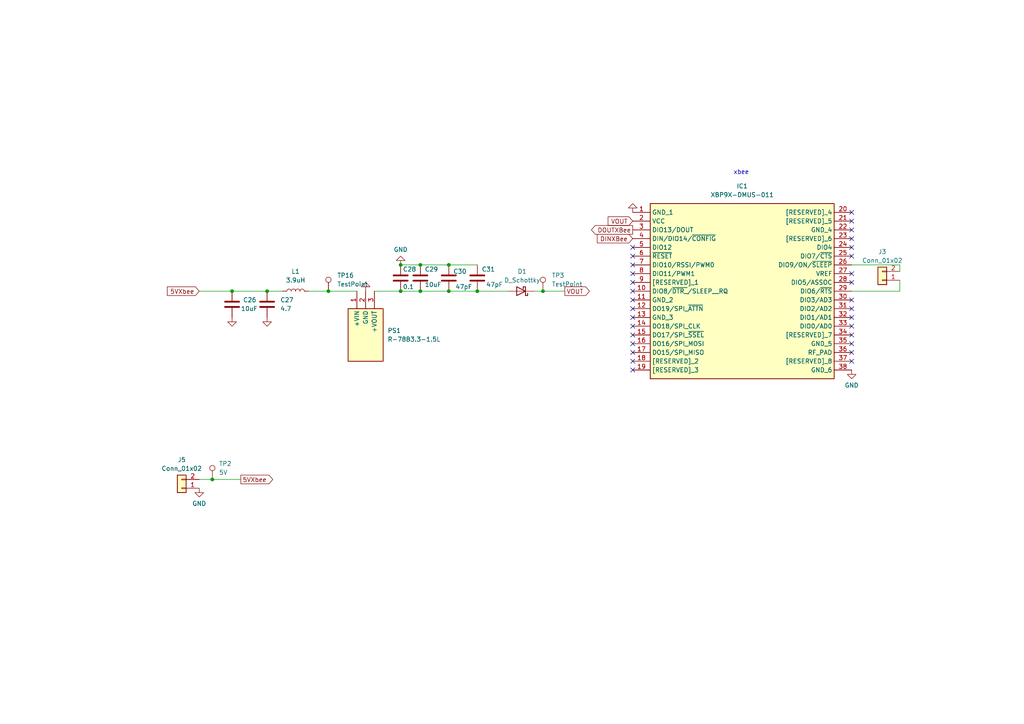
<source format=kicad_sch>
(kicad_sch (version 20230121) (generator eeschema)
  (paper "A4")
  (lib_symbols
    (symbol "Connector:TestPoint" (pin_numbers hide) (pin_names (offset 0.762) hide)
      (property "Reference" "TP" (at 0 6.858 0))
      (property "Value" "TestPoint" (at 0 5.08 0))
      (symbol "TestPoint_0_1"
        (circle (center 0 3.302) (radius 0.762))
      )
      (symbol "TestPoint_1_1"
        (pin passive line (at 0 0 90) (length 2.54) (name "1") (number "1"))
      )
    )
    (symbol "Connector_Generic:Conn_01x02" (pin_names (offset 1.016) hide)
      (property "Reference" "J" (at 0 2.54 0))
      (property "Value" "Conn_01x02" (at 0 -5.08 0))
      (symbol "Conn_01x02_1_1"
        (rectangle (start -1.27 -2.413) (end 0 -2.667) (stroke (width 0.1524)))
        (rectangle (start -1.27 0.127) (end 0 -0.127) (stroke (width 0.1524)))
        (rectangle (start -1.27 1.27) (end 1.27 -3.81) (stroke (width 0.254)) (fill (type background)))
        (pin passive line (at -5.08 0 0) (length 3.81) (name "Pin_1") (number "1"))
        (pin passive line (at -5.08 -2.54 0) (length 3.81) (name "Pin_2") (number "2"))
      )
    )
    (symbol "Device:C" (pin_numbers hide) (pin_names (offset 0.254))
      (property "Reference" "C" (at 0.635 2.54 0))
      (property "Value" "C" (at 0.635 -2.54 0))
      (symbol "C_0_1"
        (polyline (pts (xy -2.032 -0.762) (xy 2.032 -0.762)) (stroke (width 0.508)))
        (polyline (pts (xy -2.032 0.762) (xy 2.032 0.762)) (stroke (width 0.508)))
      )
      (symbol "C_1_1"
        (pin passive line (at 0 3.81 270) (length 2.794) (name "~") (number "1"))
        (pin passive line (at 0 -3.81 90) (length 2.794) (name "~") (number "2"))
      )
    )
    (symbol "Device:D_Schottky" (pin_numbers hide) (pin_names (offset 1.016) hide)
      (property "Reference" "D" (at 0 2.54 0))
      (property "Value" "D_Schottky" (at 0 -2.54 0))
      (symbol "D_Schottky_0_1"
        (polyline (pts (xy 1.27 0) (xy -1.27 0)))
        (polyline (pts (xy 1.27 1.27) (xy 1.27 -1.27) (xy -1.27 0) (xy 1.27 1.27)) (stroke (width 0.254)))
        (polyline (pts (xy -1.905 0.635) (xy -1.905 1.27) (xy -1.27 1.27) (xy -1.27 -1.27) (xy -0.635 -1.27) (xy -0.635 -0.635)) (stroke (width 0.254)))
      )
      (symbol "D_Schottky_1_1"
        (pin passive line (at -3.81 0 0) (length 2.54) (name "K") (number "1"))
        (pin passive line (at 3.81 0 180) (length 2.54) (name "A") (number "2"))
      )
    )
    (symbol "Device:L" (pin_numbers hide) (pin_names (offset 1.016) hide)
      (property "Reference" "L" (at -1.27 0 90))
      (property "Value" "L" (at 1.905 0 90))
      (symbol "L_0_1"
        (arc (start 0 -2.54) (mid 0.6323 -1.905) (end 0 -1.27))
        (arc (start 0 -1.27) (mid 0.6323 -0.635) (end 0 0))
        (arc (start 0 0) (mid 0.6323 0.635) (end 0 1.27))
        (arc (start 0 1.27) (mid 0.6323 1.905) (end 0 2.54))
      )
      (symbol "L_1_1"
        (pin passive line (at 0 3.81 270) (length 1.27) (name "1") (number "1"))
        (pin passive line (at 0 -3.81 90) (length 1.27) (name "2") (number "2"))
      )
    )
    (symbol "power:GND" (power) (pin_names (offset 0))
      (property "Value" "GND" (at 0 -3.81 0))
      (symbol "GND_0_1"
        (polyline (pts (xy 0 0) (xy 0 -1.27) (xy 1.27 -1.27) (xy 0 -2.54) (xy -1.27 -1.27) (xy 0 -1.27)))
      )
      (symbol "GND_1_1"
        (pin power_in line (at 0 0 270) (length 0) hide (name "GND") (number "1"))
      )
    )
    (symbol "radio_module_symbols:R-78B3.3-1.5L"
      (property "Reference" "PS" (at 21.59 7.62 0))
      (property "Value" "R-78B3.3-1.5L" (at 21.59 5.08 0))
      (symbol "R-78B3.3-1.5L_1_1"
        (rectangle (start 5.08 2.54) (end 20.32 -7.62) (stroke (width 0.254)) (fill (type background)))
        (pin passive line (at 0 -5.08 0) (length 5.08) (name "+VIN") (number "1"))
        (pin passive line (at 0 -2.54 0) (length 5.08) (name "GND") (number "2"))
        (pin passive line (at 0 0 0) (length 5.08) (name "+VOUT") (number "3"))
      )
    )
    (symbol "radio_module_symbols:XBP9X-DMUS-011"
      (property "Reference" "IC" (at 59.69 7.62 0))
      (property "Value" "XBP9X-DMUS-011" (at 59.69 5.08 0))
      (symbol "XBP9X-DMUS-011_1_1"
        (rectangle (start 5.08 2.54) (end 58.42 -48.26) (stroke (width 0.254)) (fill (type background)))
        (pin passive line (at 0 0 0) (length 5.08) (name "GND_1") (number "1"))
        (pin passive line (at 0 -22.86 0) (length 5.08) (name "DIO8/~{DTR_}/SLEEP__RQ") (number "10"))
        (pin passive line (at 0 -25.4 0) (length 5.08) (name "GND_2") (number "11"))
        (pin passive line (at 0 -27.94 0) (length 5.08) (name "DO19/SPI_~{ATTN}") (number "12"))
        (pin passive line (at 0 -30.48 0) (length 5.08) (name "GND_3") (number "13"))
        (pin passive line (at 0 -33.02 0) (length 5.08) (name "DO18/SPI_CLK") (number "14"))
        (pin passive line (at 0 -35.56 0) (length 5.08) (name "DO17/SPI_~{SSEL}") (number "15"))
        (pin passive line (at 0 -38.1 0) (length 5.08) (name "DO16/SPI_MOSI") (number "16"))
        (pin passive line (at 0 -40.64 0) (length 5.08) (name "DO15/SPI_MISO") (number "17"))
        (pin passive line (at 0 -43.18 0) (length 5.08) (name "[RESERVED]_2") (number "18"))
        (pin passive line (at 0 -45.72 0) (length 5.08) (name "[RESERVED]_3") (number "19"))
        (pin passive line (at 0 -2.54 0) (length 5.08) (name "VCC") (number "2"))
        (pin passive line (at 63.5 0 180) (length 5.08) (name "[RESERVED]_4") (number "20"))
        (pin passive line (at 63.5 -2.54 180) (length 5.08) (name "[RESERVED]_5") (number "21"))
        (pin passive line (at 63.5 -5.08 180) (length 5.08) (name "GND_4") (number "22"))
        (pin passive line (at 63.5 -7.62 180) (length 5.08) (name "[RESERVED]_6") (number "23"))
        (pin passive line (at 63.5 -10.16 180) (length 5.08) (name "DIO4") (number "24"))
        (pin passive line (at 63.5 -12.7 180) (length 5.08) (name "DIO7/~{CTS}") (number "25"))
        (pin passive line (at 63.5 -15.24 180) (length 5.08) (name "DIO9/ON/~{SLEEP}") (number "26"))
        (pin passive line (at 63.5 -17.78 180) (length 5.08) (name "VREF") (number "27"))
        (pin passive line (at 63.5 -20.32 180) (length 5.08) (name "DIO5/ASSOC") (number "28"))
        (pin passive line (at 63.5 -22.86 180) (length 5.08) (name "DIO6/~{RTS}") (number "29"))
        (pin passive line (at 0 -5.08 0) (length 5.08) (name "DIO13/DOUT") (number "3"))
        (pin passive line (at 63.5 -25.4 180) (length 5.08) (name "DIO3/AD3") (number "30"))
        (pin passive line (at 63.5 -27.94 180) (length 5.08) (name "DIO2/AD2") (number "31"))
        (pin passive line (at 63.5 -30.48 180) (length 5.08) (name "DIO1/AD1") (number "32"))
        (pin passive line (at 63.5 -33.02 180) (length 5.08) (name "DIO0/AD0") (number "33"))
        (pin passive line (at 63.5 -35.56 180) (length 5.08) (name "[RESERVED]_7") (number "34"))
        (pin passive line (at 63.5 -38.1 180) (length 5.08) (name "GND_5") (number "35"))
        (pin passive line (at 63.5 -40.64 180) (length 5.08) (name "RF_PAD") (number "36"))
        (pin passive line (at 63.5 -43.18 180) (length 5.08) (name "[RESERVED]_8") (number "37"))
        (pin passive line (at 63.5 -45.72 180) (length 5.08) (name "GND_6") (number "38"))
        (pin passive line (at 0 -7.62 0) (length 5.08) (name "DIN/DIO14/~{CONFIG}") (number "4"))
        (pin passive line (at 0 -10.16 0) (length 5.08) (name "DIO12") (number "5"))
        (pin passive line (at 0 -12.7 0) (length 5.08) (name "~{RESET}") (number "6"))
        (pin passive line (at 0 -15.24 0) (length 5.08) (name "DIO10/RSSI/PWM0") (number "7"))
        (pin passive line (at 0 -17.78 0) (length 5.08) (name "DIO11/PWM1") (number "8"))
        (pin passive line (at 0 -20.32 0) (length 5.08) (name "[RESERVED]_1") (number "9"))
      )
    )
  )
  (junction (at 61.595 139.065))
  (junction (at 116.205 84.455))
  (junction (at 116.205 76.835))
  (junction (at 95.25 84.455))
  (junction (at 67.31 84.455))
  (junction (at 121.92 76.835))
  (junction (at 130.175 84.455))
  (junction (at 130.175 76.835))
  (junction (at 157.48 84.455))
  (junction (at 77.47 84.455))
  (junction (at 121.92 84.455))
  (junction (at 138.43 84.455))
  (no_connect (at 183.515 99.695))
  (no_connect (at 247.015 92.075))
  (no_connect (at 183.515 79.375))
  (no_connect (at 247.015 86.995))
  (no_connect (at 247.015 104.775))
  (no_connect (at 247.015 97.155))
  (no_connect (at 183.515 94.615))
  (no_connect (at 247.015 99.695))
  (no_connect (at 183.515 92.075))
  (no_connect (at 247.015 64.135))
  (no_connect (at 183.515 81.915))
  (no_connect (at 183.515 104.775))
  (no_connect (at 247.015 74.295))
  (no_connect (at 183.515 76.835))
  (no_connect (at 183.515 97.155))
  (no_connect (at 183.515 84.455))
  (no_connect (at 247.015 81.915))
  (no_connect (at 247.015 89.535))
  (no_connect (at 183.515 107.315))
  (no_connect (at 247.015 94.615))
  (no_connect (at 247.015 69.215))
  (no_connect (at 183.515 86.995))
  (no_connect (at 183.515 89.535))
  (no_connect (at 183.515 71.755))
  (no_connect (at 183.515 102.235))
  (no_connect (at 247.015 79.375))
  (no_connect (at 183.515 74.295))
  (no_connect (at 247.015 102.235))
  (no_connect (at 247.015 71.755))
  (no_connect (at 247.015 61.595))
  (no_connect (at 247.015 66.675))
  (wire (pts (xy 157.48 84.455) (xy 163.83 84.455)))
  (wire (pts (xy 116.205 84.455) (xy 121.92 84.455)))
  (wire (pts (xy 116.205 76.835) (xy 121.92 76.835)))
  (wire (pts (xy 95.25 84.455) (xy 89.535 84.455)))
  (wire (pts (xy 130.175 76.835) (xy 138.43 76.835)))
  (wire (pts (xy 138.43 84.455) (xy 147.32 84.455)))
  (wire (pts (xy 247.015 76.835) (xy 260.985 76.835)))
  (wire (pts (xy 154.94 84.455) (xy 157.48 84.455)))
  (wire (pts (xy 121.92 84.455) (xy 130.175 84.455)))
  (wire (pts (xy 130.175 84.455) (xy 138.43 84.455)))
  (wire (pts (xy 67.31 84.455) (xy 77.47 84.455)))
  (wire (pts (xy 57.785 84.455) (xy 67.31 84.455)))
  (wire (pts (xy 103.505 84.455) (xy 95.25 84.455)))
  (wire (pts (xy 61.595 139.065) (xy 69.85 139.065)))
  (wire (pts (xy 61.595 139.065) (xy 57.785 139.065)))
  (wire (pts (xy 108.585 84.455) (xy 116.205 84.455)))
  (wire (pts (xy 77.47 84.455) (xy 81.915 84.455)))
  (wire (pts (xy 260.985 76.835) (xy 260.985 78.74)))
  (wire (pts (xy 260.985 84.455) (xy 260.985 81.28)))
  (wire (pts (xy 247.015 84.455) (xy 260.985 84.455)))
  (wire (pts (xy 121.92 76.835) (xy 130.175 76.835)))
  (text "xbee" (at 212.725 50.8 0) (effects (font (size 1.27 1.27)) (justify left bottom)))
  (global_label "VOUT" (shape output) (at 163.83 84.455 0) (property "Intersheetrefs" "${INTERSHEET_REFS}" (effects hide)))
  (global_label "VOUT" (shape input) (at 183.515 64.135 180) (property "Intersheetrefs" "${INTERSHEET_REFS}" (effects hide)))
  (global_label "5VXbee" (shape input) (at 57.785 84.455 180) (property "Intersheetrefs" "${INTERSHEET_REFS}" (effects hide)))
  (global_label "DOUTXBee" (shape output) (at 183.515 66.675 180) (property "Intersheetrefs" "${INTERSHEET_REFS}" (effects hide)))
  (global_label "5VXbee" (shape output) (at 69.85 139.065 0) (property "Intersheetrefs" "${INTERSHEET_REFS}" (effects hide)))
  (global_label "DINXBee" (shape input) (at 183.515 69.215 180) (property "Intersheetrefs" "${INTERSHEET_REFS}" (effects hide)))
  (symbol (lib_id "Device:D_Schottky") (at 151.13 84.455 180) (unit 1)
    (property "Reference" "D1" (at 151.4475 78.74 0))
    (property "Value" "D_Schottky" (at 151.4475 81.28 0))
    (property "Footprint" "Diode_SMD:D_0603_1608Metric" (effects hide))
  )
  (symbol (lib_id "power:GND") (at 183.515 61.595 180) (unit 1)
    (property "Reference" "#PWR054" (effects hide))
    (property "Value" "GND" (effects hide))
    (instances (project "mainbox1.0" (path "" (reference "#PWR054") (unit 1))) (project "Mainboard_priv" (path "" (reference "#PWR020") (unit 1))))
  )
  (symbol (lib_id "Device:C") (at 67.31 88.265 0) (unit 1)
    (property "Reference" "C26" (at 70.485 86.995 0) (effects (justify left)))
    (property "Value" "10uF" (at 69.85 89.535 0) (effects (justify left)))
    (property "Footprint" "Capacitor_SMD:C_0603_1608Metric" (effects hide))
    (instances (project "mainbox1.0" (path "" (reference "C26") (unit 1))) (project "Mainboard_priv" (path "" (reference "C6") (unit 1))))
  )
  (symbol (lib_id "radio_module_symbols:XBP9X-DMUS-011") (at 183.515 61.595 0) (unit 1)
    (property "Reference" "IC1" (at 215.265 53.975 0))
    (property "Value" "XBP9X-DMUS-011" (at 215.265 56.515 0))
    (property "Footprint" "21xt_footprints:RLS397" (effects hide))
    (property "Datasheet" "http://www.digi.com/resources/documentation/digidocs/pdfs/90001477.pdf" (effects hide))
    (property "Height" "3.429" (effects hide))
    (property "Mouser Part Number" "888-XBP9X-DMUS-011" (effects hide))
    (property "Mouser Price/Stock" "https://www.mouser.co.uk/ProductDetail/DIGI/XBP9X-DMUS-011?qs=u4fy%2FsgLU9PDEP8%2FPyF26w%3D%3D" (effects hide))
    (property "Manufacturer_Name" "DIGI" (effects hide))
    (property "Manufacturer_Part_Number" "XBP9X-DMUS-011" (effects hide))
    (instances (project "Radio Module" (path "" (reference "IC1") (unit 1))) (project "mainbox1.0" (path "" (reference "IC2") (unit 1))) (project "mainbox" (path "" (reference "IC8") (unit 1))) (project "Mainboard_priv" (path "" (reference "IC1") (unit 1))))
  )
  (symbol (lib_id "power:GND") (at 77.47 92.075 0) (unit 1)
    (property "Reference" "#PWR051" (effects hide))
    (property "Value" "GND" (effects hide))
    (instances (project "mainbox1.0" (path "" (reference "#PWR051") (unit 1))) (project "Mainboard_priv" (path "" (reference "#PWR018") (unit 1))))
  )
  (symbol (lib_id "Connector:TestPoint") (at 61.595 139.065 0) (unit 1)
    (property "Reference" "TP2" (at 63.5 134.493 0) (effects (justify left)))
    (property "Value" "5V" (at 63.5 137.033 0) (effects (justify left)))
    (property "Footprint" "TestPoint:TestPoint_Pad_1.5x1.5mm" (effects hide))
  )
  (symbol (lib_id "power:GND") (at 67.31 92.075 0) (unit 1)
    (property "Reference" "#PWR050" (effects hide))
    (property "Value" "GND" (effects hide))
    (instances (project "mainbox1.0" (path "" (reference "#PWR050") (unit 1))) (project "Mainboard_priv" (path "" (reference "#PWR017") (unit 1))))
  )
  (symbol (lib_id "radio_module_symbols:R-78B3.3-1.5L") (at 108.585 84.455 270) (unit 1)
    (property "Reference" "PS1" (at 112.395 95.885 90) (effects (justify left)))
    (property "Value" "R-78B3.3-1.5L" (at 112.395 98.425 90) (effects (justify left)))
    (property "Footprint" "21xt_footprints:CONV_R-78B3.3-1.5" (effects hide))
    (property "Datasheet" "https://www.arrow.com/en/products/r-78b3.3-1.5l/recom-power" (effects hide))
    (property "Height" "8" (effects hide))
    (property "Mouser Part Number" "919-R-78B3.3-1.5L" (effects hide))
    (property "Mouser Price/Stock" "https://www.mouser.co.uk/ProductDetail/RECOM-Power/R-78B3.3-1.5L?qs=XF8hdbuHJAXdbZOwcNOS%2FA%3D%3D" (effects hide))
    (property "Manufacturer_Name" "RECOM Power" (effects hide))
    (property "Manufacturer_Part_Number" "R-78B3.3-1.5L" (effects hide))
  )
  (symbol (lib_id "Device:L") (at 85.725 84.455 90) (unit 1)
    (property "Reference" "L1" (at 85.725 78.74 90))
    (property "Value" "3.9uH" (at 85.725 81.28 90))
    (property "Footprint" "Inductor_SMD:L_1210_3225Metric" (effects hide))
  )
  (symbol (lib_id "power:GND") (at 57.785 141.605 0) (unit 1)
    (property "Reference" "#PWR049" (effects hide))
    (property "Value" "GND" (at 57.785 146.05 0))
    (instances (project "mainbox1.0" (path "" (reference "#PWR049") (unit 1))) (project "Mainboard_priv" (path "" (reference "#PWR022") (unit 1))))
  )
  (symbol (lib_id "power:GND") (at 106.045 84.455 180) (unit 1)
    (property "Reference" "#PWR052" (effects hide))
    (property "Value" "GND" (effects hide))
    (instances (project "mainbox1.0" (path "" (reference "#PWR052") (unit 1))) (project "Mainboard_priv" (path "" (reference "#PWR019") (unit 1))))
  )
  (symbol (lib_id "power:GND") (at 247.015 107.315 0) (unit 1)
    (property "Reference" "#PWR055" (effects hide))
    (property "Value" "GND" (at 247.015 111.76 0))
    (instances (project "mainbox1.0" (path "" (reference "#PWR055") (unit 1))) (project "Mainboard_priv" (path "" (reference "#PWR052") (unit 1))))
  )
  (symbol (lib_id "power:GND") (at 116.205 76.835 180) (unit 1)
    (property "Reference" "#PWR053" (effects hide))
    (property "Value" "GND" (at 116.205 72.39 0))
    (instances (project "mainbox1.0" (path "" (reference "#PWR053") (unit 1))) (project "Mainboard_priv" (path "" (reference "#PWR021") (unit 1))))
  )
  (symbol (lib_id "Connector_Generic:Conn_01x02") (at 255.905 81.28 180) (unit 1)
    (property "Reference" "J3" (at 255.905 73.025 0))
    (property "Value" "Conn_01x02" (at 255.905 75.565 0))
    (property "Footprint" "Connector_PinHeader_2.54mm:PinHeader_1x02_P2.54mm_Vertical" (effects hide))
    (instances (project "Radio Module" (path "" (reference "J3") (unit 1))) (project "mainbox1.0" (path "" (reference "J6") (unit 1))) (project "mainbox" (path "" (reference "J9") (unit 1))) (project "Mainboard_priv" (path "" (reference "J11") (unit 1))))
  )
  (symbol (lib_id "Connector:TestPoint") (at 95.25 84.455 0) (unit 1)
    (property "Reference" "TP16" (at 97.79 79.883 0) (effects (justify left)))
    (property "Value" "TestPoint" (at 97.79 82.423 0) (effects (justify left)))
    (property "Footprint" "TestPoint:TestPoint_Pad_1.5x1.5mm" (effects hide))
  )
  (symbol (lib_id "Device:C") (at 138.43 80.645 0) (unit 1)
    (property "Reference" "C31" (at 139.7 78.105 0) (effects (justify left)))
    (property "Value" "47pF" (at 140.97 82.55 0) (effects (justify left)))
    (property "Footprint" "Capacitor_SMD:C_0603_1608Metric" (effects hide))
    (instances (project "mainbox1.0" (path "" (reference "C31") (unit 1))) (project "Mainboard_priv" (path "" (reference "C4") (unit 1))))
  )
  (symbol (lib_id "Connector_Generic:Conn_01x02") (at 52.705 141.605 180) (unit 1)
    (property "Reference" "J5" (at 52.705 133.35 0))
    (property "Value" "Conn_01x02" (at 52.705 135.89 0))
    (property "Footprint" "Connector_Molex:Molex_PicoBlade_53047-0210_1x02_P1.25mm_Vertical" (effects hide))
    (instances (project "mainbox1.0" (path "" (reference "J5") (unit 1))) (project "Mainboard_priv" (path "" (reference "J1") (unit 1))))
  )
  (symbol (lib_id "Device:C") (at 121.92 80.645 0) (unit 1)
    (property "Reference" "C29" (at 123.19 78.105 0) (effects (justify left)))
    (property "Value" "10uF" (at 123.19 82.55 0) (effects (justify left)))
    (property "Footprint" "Capacitor_SMD:C_0603_1608Metric" (effects hide))
    (instances (project "mainbox1.0" (path "" (reference "C29") (unit 1))) (project "Mainboard_priv" (path "" (reference "C9") (unit 1))))
  )
  (symbol (lib_id "Device:C") (at 77.47 88.265 0) (unit 1)
    (property "Reference" "C27" (at 81.28 86.995 0) (effects (justify left)))
    (property "Value" "4.7" (at 81.28 89.535 0) (effects (justify left)))
    (property "Footprint" "Capacitor_SMD:C_0603_1608Metric" (effects hide))
    (instances (project "mainbox1.0" (path "" (reference "C27") (unit 1))) (project "Mainboard_priv" (path "" (reference "C7") (unit 1))))
  )
  (symbol (lib_id "Device:C") (at 130.175 80.645 0) (unit 1)
    (property "Reference" "C30" (at 131.445 78.74 0) (effects (justify left)))
    (property "Value" "47pF" (at 132.08 83.185 0) (effects (justify left)))
    (property "Footprint" "Capacitor_SMD:C_0603_1608Metric" (effects hide))
    (instances (project "mainbox1.0" (path "" (reference "C30") (unit 1))) (project "Mainboard_priv" (path "" (reference "C10") (unit 1))))
  )
  (symbol (lib_id "Device:C") (at 116.205 80.645 0) (unit 1)
    (property "Reference" "C28" (at 116.84 78.105 0) (effects (justify left)))
    (property "Value" "0.1" (at 116.84 83.185 0) (effects (justify left)))
    (property "Footprint" "Capacitor_SMD:C_0603_1608Metric" (effects hide))
    (instances (project "mainbox1.0" (path "" (reference "C28") (unit 1))) (project "Mainboard_priv" (path "" (reference "C8") (unit 1))))
  )
  (symbol (lib_id "Connector:TestPoint") (at 157.48 84.455 0) (unit 1)
    (property "Reference" "TP3" (at 160.02 79.883 0) (effects (justify left)))
    (property "Value" "TestPoint" (at 160.02 82.423 0) (effects (justify left)))
    (property "Footprint" "TestPoint:TestPoint_Pad_1.5x1.5mm" (effects hide))
  )
)
</source>
